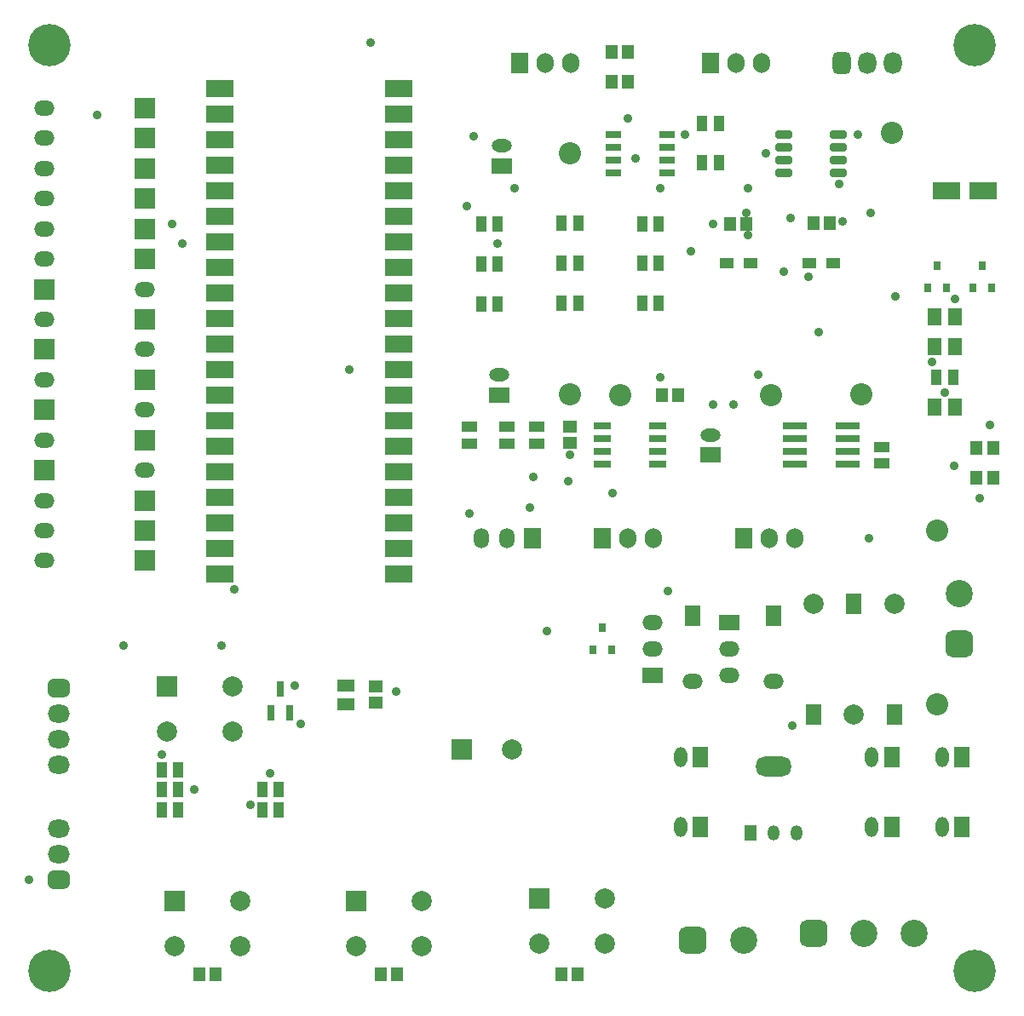
<source format=gts>
G04*
G04 #@! TF.GenerationSoftware,Altium Limited,Altium Designer,21.3.2 (30)*
G04*
G04 Layer_Color=8388736*
%FSLAX25Y25*%
%MOIN*%
G70*
G04*
G04 #@! TF.SameCoordinates,3938395F-A7AF-4B3E-ABAE-92C8EBC603DF*
G04*
G04*
G04 #@! TF.FilePolarity,Negative*
G04*
G01*
G75*
%ADD18R,0.04147X0.06115*%
%ADD19R,0.06115X0.04147*%
%ADD20R,0.06509X0.04934*%
%ADD21R,0.05524X0.06509*%
G04:AMPARAMS|DCode=22|XSize=61.02mil|YSize=23.62mil|CornerRadius=2.01mil|HoleSize=0mil|Usage=FLASHONLY|Rotation=0.000|XOffset=0mil|YOffset=0mil|HoleType=Round|Shape=RoundedRectangle|*
%AMROUNDEDRECTD22*
21,1,0.06102,0.01961,0,0,0.0*
21,1,0.05701,0.02362,0,0,0.0*
1,1,0.00402,0.02850,-0.00980*
1,1,0.00402,-0.02850,-0.00980*
1,1,0.00402,-0.02850,0.00980*
1,1,0.00402,0.02850,0.00980*
%
%ADD22ROUNDEDRECTD22*%
%ADD23R,0.09461X0.03162*%
%ADD24R,0.05136X0.05733*%
%ADD25R,0.05591X0.04449*%
%ADD26R,0.06784X0.03162*%
G04:AMPARAMS|DCode=27|XSize=31.62mil|YSize=65.09mil|CornerRadius=6.01mil|HoleSize=0mil|Usage=FLASHONLY|Rotation=90.000|XOffset=0mil|YOffset=0mil|HoleType=Round|Shape=RoundedRectangle|*
%AMROUNDEDRECTD27*
21,1,0.03162,0.05307,0,0,90.0*
21,1,0.01961,0.06509,0,0,90.0*
1,1,0.01202,0.02653,0.00980*
1,1,0.01202,0.02653,-0.00980*
1,1,0.01202,-0.02653,-0.00980*
1,1,0.01202,-0.02653,0.00980*
%
%ADD27ROUNDEDRECTD27*%
%ADD28R,0.05733X0.05136*%
%ADD29R,0.11036X0.07099*%
%ADD30R,0.03162X0.03753*%
%ADD31R,0.03162X0.06115*%
G04:AMPARAMS|DCode=32|XSize=78.74mil|YSize=137.8mil|CornerRadius=34.25mil|HoleSize=0mil|Usage=FLASHONLY|Rotation=90.000|XOffset=0mil|YOffset=0mil|HoleType=Round|Shape=RoundedRectangle|*
%AMROUNDEDRECTD32*
21,1,0.07874,0.06929,0,0,90.0*
21,1,0.01024,0.13780,0,0,90.0*
1,1,0.06850,0.03465,0.00512*
1,1,0.06850,0.03465,-0.00512*
1,1,0.06850,-0.03465,-0.00512*
1,1,0.06850,-0.03465,0.00512*
%
%ADD32ROUNDEDRECTD32*%
G04:AMPARAMS|DCode=33|XSize=59.06mil|YSize=47.24mil|CornerRadius=23.62mil|HoleSize=0mil|Usage=FLASHONLY|Rotation=90.000|XOffset=0mil|YOffset=0mil|HoleType=Round|Shape=RoundedRectangle|*
%AMROUNDEDRECTD33*
21,1,0.05906,0.00000,0,0,90.0*
21,1,0.01181,0.04724,0,0,90.0*
1,1,0.04724,0.00000,0.00591*
1,1,0.04724,0.00000,-0.00591*
1,1,0.04724,0.00000,-0.00591*
1,1,0.04724,0.00000,0.00591*
%
%ADD33ROUNDEDRECTD33*%
%ADD34R,0.04724X0.05906*%
%ADD35C,0.08674*%
%ADD36R,0.10642X0.06706*%
%ADD37R,0.06693X0.07874*%
%ADD38R,0.07874X0.07874*%
%ADD39R,0.05906X0.07874*%
%ADD40O,0.06693X0.07874*%
%ADD41O,0.05906X0.07874*%
G04:AMPARAMS|DCode=42|XSize=70.99mil|YSize=86.74mil|CornerRadius=19.75mil|HoleSize=0mil|Usage=FLASHONLY|Rotation=0.000|XOffset=0mil|YOffset=0mil|HoleType=Round|Shape=RoundedRectangle|*
%AMROUNDEDRECTD42*
21,1,0.07099,0.04724,0,0,0.0*
21,1,0.03150,0.08674,0,0,0.0*
1,1,0.03950,0.01575,-0.02362*
1,1,0.03950,-0.01575,-0.02362*
1,1,0.03950,-0.01575,0.02362*
1,1,0.03950,0.01575,0.02362*
%
%ADD42ROUNDEDRECTD42*%
%ADD43O,0.07099X0.08674*%
%ADD44O,0.07874X0.05118*%
%ADD45R,0.07874X0.05906*%
G04:AMPARAMS|DCode=46|XSize=70.99mil|YSize=86.74mil|CornerRadius=19.75mil|HoleSize=0mil|Usage=FLASHONLY|Rotation=90.000|XOffset=0mil|YOffset=0mil|HoleType=Round|Shape=RoundedRectangle|*
%AMROUNDEDRECTD46*
21,1,0.07099,0.04724,0,0,90.0*
21,1,0.03150,0.08674,0,0,90.0*
1,1,0.03950,0.02362,0.01575*
1,1,0.03950,0.02362,-0.01575*
1,1,0.03950,-0.02362,-0.01575*
1,1,0.03950,-0.02362,0.01575*
%
%ADD46ROUNDEDRECTD46*%
%ADD47O,0.08674X0.07099*%
%ADD48O,0.07874X0.05906*%
%ADD49O,0.07874X0.05906*%
%ADD50R,0.07874X0.05906*%
%ADD51C,0.07874*%
%ADD52O,0.05118X0.07874*%
%ADD53R,0.05906X0.07874*%
G04:AMPARAMS|DCode=54|XSize=106.42mil|YSize=106.42mil|CornerRadius=28.61mil|HoleSize=0mil|Usage=FLASHONLY|Rotation=90.000|XOffset=0mil|YOffset=0mil|HoleType=Round|Shape=RoundedRectangle|*
%AMROUNDEDRECTD54*
21,1,0.10642,0.04921,0,0,90.0*
21,1,0.04921,0.10642,0,0,90.0*
1,1,0.05721,0.02461,0.02461*
1,1,0.05721,0.02461,-0.02461*
1,1,0.05721,-0.02461,-0.02461*
1,1,0.05721,-0.02461,0.02461*
%
%ADD54ROUNDEDRECTD54*%
%ADD55C,0.10642*%
%ADD56C,0.16548*%
G04:AMPARAMS|DCode=57|XSize=106.42mil|YSize=106.42mil|CornerRadius=28.61mil|HoleSize=0mil|Usage=FLASHONLY|Rotation=0.000|XOffset=0mil|YOffset=0mil|HoleType=Round|Shape=RoundedRectangle|*
%AMROUNDEDRECTD57*
21,1,0.10642,0.04921,0,0,0.0*
21,1,0.04921,0.10642,0,0,0.0*
1,1,0.05721,0.02461,-0.02461*
1,1,0.05721,-0.02461,-0.02461*
1,1,0.05721,-0.02461,0.02461*
1,1,0.05721,0.02461,0.02461*
%
%ADD57ROUNDEDRECTD57*%
%ADD58C,0.03556*%
D18*
X184744Y292323D02*
D03*
X99114Y86614D02*
D03*
X66240Y94488D02*
D03*
X99114Y78740D02*
D03*
X59744D02*
D03*
X66240Y86614D02*
D03*
X277854Y347441D02*
D03*
X271358Y332008D02*
D03*
X184744Y276575D02*
D03*
X216240Y292638D02*
D03*
X184744Y308071D02*
D03*
X216240Y308386D02*
D03*
X247736Y308071D02*
D03*
Y292638D02*
D03*
Y276890D02*
D03*
X216240D02*
D03*
X362894Y248031D02*
D03*
X191240Y292323D02*
D03*
X222736Y276890D02*
D03*
X254232D02*
D03*
Y292638D02*
D03*
Y308071D02*
D03*
X222736Y308386D02*
D03*
X191240Y308071D02*
D03*
X222736Y292638D02*
D03*
X191240Y276575D02*
D03*
X277854Y332008D02*
D03*
X271358Y347441D02*
D03*
X59744Y86614D02*
D03*
X66240Y78740D02*
D03*
X105610D02*
D03*
X59744Y94488D02*
D03*
X105610Y86614D02*
D03*
X369390Y248031D02*
D03*
D19*
X341535Y220768D02*
D03*
X194882Y222146D02*
D03*
X180118D02*
D03*
X206693Y222146D02*
D03*
Y228642D02*
D03*
X180118D02*
D03*
X194882D02*
D03*
X341535Y214272D02*
D03*
D20*
X131890Y120079D02*
D03*
Y127362D02*
D03*
D21*
X362205Y271654D02*
D03*
X370079Y259843D02*
D03*
Y236220D02*
D03*
X362205D02*
D03*
Y259843D02*
D03*
X370079Y271654D02*
D03*
D22*
X257677Y343130D02*
D03*
Y338130D02*
D03*
Y333130D02*
D03*
Y328130D02*
D03*
X236417D02*
D03*
Y333130D02*
D03*
Y338130D02*
D03*
Y343130D02*
D03*
D23*
X328150Y228957D02*
D03*
Y223957D02*
D03*
Y218957D02*
D03*
Y213957D02*
D03*
X307677D02*
D03*
Y218957D02*
D03*
Y223957D02*
D03*
Y228957D02*
D03*
D24*
X236001Y375315D02*
D03*
X242346D02*
D03*
X282261Y308071D02*
D03*
X288605D02*
D03*
X262031Y241142D02*
D03*
X255686D02*
D03*
X321086Y308386D02*
D03*
X314741D02*
D03*
X236001Y363504D02*
D03*
X242346D02*
D03*
X378717Y208661D02*
D03*
X385062D02*
D03*
X378717Y220472D02*
D03*
X385062D02*
D03*
X145450Y14468D02*
D03*
X151794D02*
D03*
X74584D02*
D03*
X80928D02*
D03*
X216316D02*
D03*
X222661D02*
D03*
D25*
X290354Y292638D02*
D03*
X280906D02*
D03*
X322638D02*
D03*
X313189D02*
D03*
D26*
X253898Y213957D02*
D03*
Y218957D02*
D03*
Y223957D02*
D03*
Y228957D02*
D03*
X232323Y213957D02*
D03*
Y218957D02*
D03*
Y223957D02*
D03*
Y228957D02*
D03*
D27*
X324705Y328130D02*
D03*
Y333130D02*
D03*
Y338130D02*
D03*
Y343130D02*
D03*
X303248Y328130D02*
D03*
Y333130D02*
D03*
Y338130D02*
D03*
Y343130D02*
D03*
D28*
X219488Y222221D02*
D03*
Y228566D02*
D03*
X143701Y120548D02*
D03*
Y126893D02*
D03*
D29*
X366929Y320866D02*
D03*
X381102D02*
D03*
D30*
X232284Y150000D02*
D03*
X236023Y141338D02*
D03*
X228543D02*
D03*
X380906Y291732D02*
D03*
X384646Y283071D02*
D03*
X377165D02*
D03*
X363189Y291732D02*
D03*
X366929Y283071D02*
D03*
X359449D02*
D03*
D31*
X106299Y125984D02*
D03*
X110039Y116535D02*
D03*
X102559D02*
D03*
D32*
X299213Y95650D02*
D03*
D33*
X308228Y69705D02*
D03*
X299213D02*
D03*
D34*
X290197D02*
D03*
D35*
X363189Y120079D02*
D03*
Y187992D02*
D03*
X239173Y241142D02*
D03*
X345472Y343504D02*
D03*
X219488Y335630D02*
D03*
Y241457D02*
D03*
X298228Y241142D02*
D03*
X333661Y241457D02*
D03*
D36*
X82559Y361142D02*
D03*
Y351142D02*
D03*
Y341142D02*
D03*
Y331142D02*
D03*
Y321142D02*
D03*
Y311142D02*
D03*
Y301142D02*
D03*
Y291142D02*
D03*
Y281142D02*
D03*
Y271142D02*
D03*
Y261142D02*
D03*
Y251142D02*
D03*
Y241142D02*
D03*
Y231142D02*
D03*
Y221142D02*
D03*
Y211142D02*
D03*
Y201142D02*
D03*
Y191142D02*
D03*
Y181142D02*
D03*
Y171142D02*
D03*
X152559Y361142D02*
D03*
Y351142D02*
D03*
Y341142D02*
D03*
Y331142D02*
D03*
Y321142D02*
D03*
Y311142D02*
D03*
Y301142D02*
D03*
Y291142D02*
D03*
Y281142D02*
D03*
Y271142D02*
D03*
Y261142D02*
D03*
Y251142D02*
D03*
Y241142D02*
D03*
Y231142D02*
D03*
Y221142D02*
D03*
Y211142D02*
D03*
Y201142D02*
D03*
Y191142D02*
D03*
Y181142D02*
D03*
Y171142D02*
D03*
D37*
X204724Y185039D02*
D03*
X274606Y371063D02*
D03*
X199803D02*
D03*
X232284Y185039D02*
D03*
X287402D02*
D03*
D38*
X13780Y211614D02*
D03*
X53149Y199803D02*
D03*
Y187992D02*
D03*
Y176181D02*
D03*
Y341535D02*
D03*
Y329724D02*
D03*
Y306102D02*
D03*
X13780Y282480D02*
D03*
Y258858D02*
D03*
X53149Y353346D02*
D03*
Y317913D02*
D03*
Y294291D02*
D03*
Y270669D02*
D03*
Y247047D02*
D03*
X13780Y235236D02*
D03*
X53149Y223425D02*
D03*
X177165Y102362D02*
D03*
X207677Y43996D02*
D03*
X135827Y43012D02*
D03*
X64961D02*
D03*
X62008Y126968D02*
D03*
D39*
X314961Y116142D02*
D03*
X330709Y159449D02*
D03*
X346457Y116142D02*
D03*
X267717Y154528D02*
D03*
X299213D02*
D03*
D40*
X252284Y185039D02*
D03*
X242284D02*
D03*
X219803Y371063D02*
D03*
X209803D02*
D03*
X294606D02*
D03*
X284606D02*
D03*
X307401Y185039D02*
D03*
X297401D02*
D03*
D41*
X184724D02*
D03*
X194724D02*
D03*
D42*
X325787Y371063D02*
D03*
D43*
X335787D02*
D03*
X345787D02*
D03*
D44*
X274606Y225394D02*
D03*
X191929Y249016D02*
D03*
X192913Y338583D02*
D03*
D45*
X274606Y217520D02*
D03*
X191929Y241142D02*
D03*
X192913Y330709D02*
D03*
D46*
X19685Y51181D02*
D03*
Y126299D02*
D03*
D47*
Y61181D02*
D03*
Y71181D02*
D03*
Y116299D02*
D03*
Y106299D02*
D03*
Y96299D02*
D03*
D48*
X267717Y128937D02*
D03*
X299213D02*
D03*
D49*
X251969Y151968D02*
D03*
Y141732D02*
D03*
X281969Y131496D02*
D03*
Y141732D02*
D03*
X13780Y341535D02*
D03*
Y176181D02*
D03*
Y187992D02*
D03*
Y199803D02*
D03*
X53149Y211614D02*
D03*
X13780Y223425D02*
D03*
X53149Y235236D02*
D03*
X13780Y247047D02*
D03*
Y270669D02*
D03*
Y294291D02*
D03*
Y317913D02*
D03*
Y353346D02*
D03*
X53149Y258858D02*
D03*
Y282480D02*
D03*
X13780Y306102D02*
D03*
Y329724D02*
D03*
D50*
X251969Y131496D02*
D03*
X281969Y151969D02*
D03*
D51*
X346457Y159449D02*
D03*
X330709Y116142D02*
D03*
X314961Y159449D02*
D03*
X196850Y102362D02*
D03*
X233268Y26279D02*
D03*
X207677D02*
D03*
X233268Y43996D02*
D03*
X161417Y25295D02*
D03*
X135827D02*
D03*
X161417Y43012D02*
D03*
X90551Y25295D02*
D03*
X64961D02*
D03*
X90551Y43012D02*
D03*
X87598Y109252D02*
D03*
X62008D02*
D03*
X87598Y126968D02*
D03*
D52*
X337598Y99409D02*
D03*
X365158D02*
D03*
Y71850D02*
D03*
X262795D02*
D03*
Y99409D02*
D03*
X337598Y71850D02*
D03*
D53*
X345473Y99409D02*
D03*
X373032D02*
D03*
Y71850D02*
D03*
X270669D02*
D03*
Y99409D02*
D03*
X345473Y71850D02*
D03*
D54*
X371850Y143701D02*
D03*
D55*
Y163386D02*
D03*
X334646Y30315D02*
D03*
X354330D02*
D03*
X287402Y27559D02*
D03*
D56*
X377953Y15748D02*
D03*
Y377953D02*
D03*
X15748Y15748D02*
D03*
X15748Y377953D02*
D03*
D57*
X314961Y30315D02*
D03*
X267717Y27559D02*
D03*
D58*
X383858Y229331D02*
D03*
X369974Y213489D02*
D03*
X316929Y265748D02*
D03*
X346941Y279528D02*
D03*
X312992Y287402D02*
D03*
X303110Y289331D02*
D03*
X283465Y237205D02*
D03*
X289370Y321850D02*
D03*
X254921D02*
D03*
X257874Y164370D02*
D03*
X236221Y202756D02*
D03*
X219488Y217520D02*
D03*
X218988Y207177D02*
D03*
X205118Y209085D02*
D03*
X203740Y196850D02*
D03*
X266732Y297244D02*
D03*
X7874Y51181D02*
D03*
X94488Y80709D02*
D03*
X67893Y300217D02*
D03*
X63976Y308071D02*
D03*
X83121Y142985D02*
D03*
X88135Y164907D02*
D03*
X60039Y100492D02*
D03*
X361221Y254035D02*
D03*
X366142Y242126D02*
D03*
X370079Y278543D02*
D03*
X275590Y237205D02*
D03*
X293307Y249016D02*
D03*
X210630Y148622D02*
D03*
X379921Y200787D02*
D03*
X197835Y321850D02*
D03*
X179134Y314961D02*
D03*
X254921Y248031D02*
D03*
X114173Y112205D02*
D03*
X151575Y125000D02*
D03*
X133091Y251142D02*
D03*
X275590Y308071D02*
D03*
X326272Y309055D02*
D03*
X296260Y335630D02*
D03*
X324803Y323819D02*
D03*
X288605Y312385D02*
D03*
X245079Y333661D02*
D03*
X242126Y349410D02*
D03*
X289290Y303785D02*
D03*
X332090Y343130D02*
D03*
X264390Y343085D02*
D03*
X305991Y310485D02*
D03*
X141491Y378985D02*
D03*
X111791Y127485D02*
D03*
X72591Y86585D02*
D03*
X336473Y185039D02*
D03*
X337090Y312385D02*
D03*
X102190Y92885D02*
D03*
X181991Y342185D02*
D03*
X180091Y194685D02*
D03*
X44891Y142985D02*
D03*
X306591Y111585D02*
D03*
X191240Y300185D02*
D03*
X34691Y350785D02*
D03*
M02*

</source>
